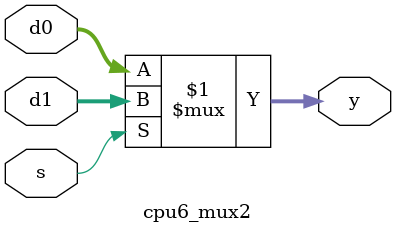
<source format=v>
`include "defines.v"

module cpu6_mux2 #(parameter WIDTH=8) 
(
 input  [WIDTH-1:0] d0,
 input  [WIDTH-1:0] d1,
 input  s,
 output [WIDTH-1:0] y
 );

   assign y = s? d1: d0;

endmodule // cpu6_mux2

</source>
